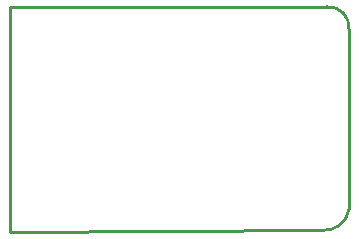
<source format=gko>
G04 Layer: BoardOutline*
G04 EasyEDA v6.3.22, 2020-02-22T14:36:41+01:00*
G04 fca1b2bbbae341289ab7ee7fc42174b0,5bf1b712bda346c5934589caff60f8c7,10*
G04 Gerber Generator version 0.2*
G04 Scale: 100 percent, Rotated: No, Reflected: No *
G04 Dimensions in inches *
G04 leading zeros omitted , absolute positions ,2 integer and 4 decimal *
%FSLAX24Y24*%
%MOIN*%
G90*
G70D02*

%ADD10C,0.010000*%
G54D10*
G01X0Y7500D02*
G01X0Y0D01*
G01X10350Y50D02*
G01X0Y0D01*
G01X11300Y6750D02*
G01X11300Y750D01*
G01X0Y7500D02*
G01X10639Y7500D01*
G75*
G01X11300Y6750D02*
G03X10550Y7500I-689J61D01*
G01*
G75*
G01X11300Y750D02*
G02X10350Y50I-831J133D01*
G01*

%LPD*%
M00*
M02*

</source>
